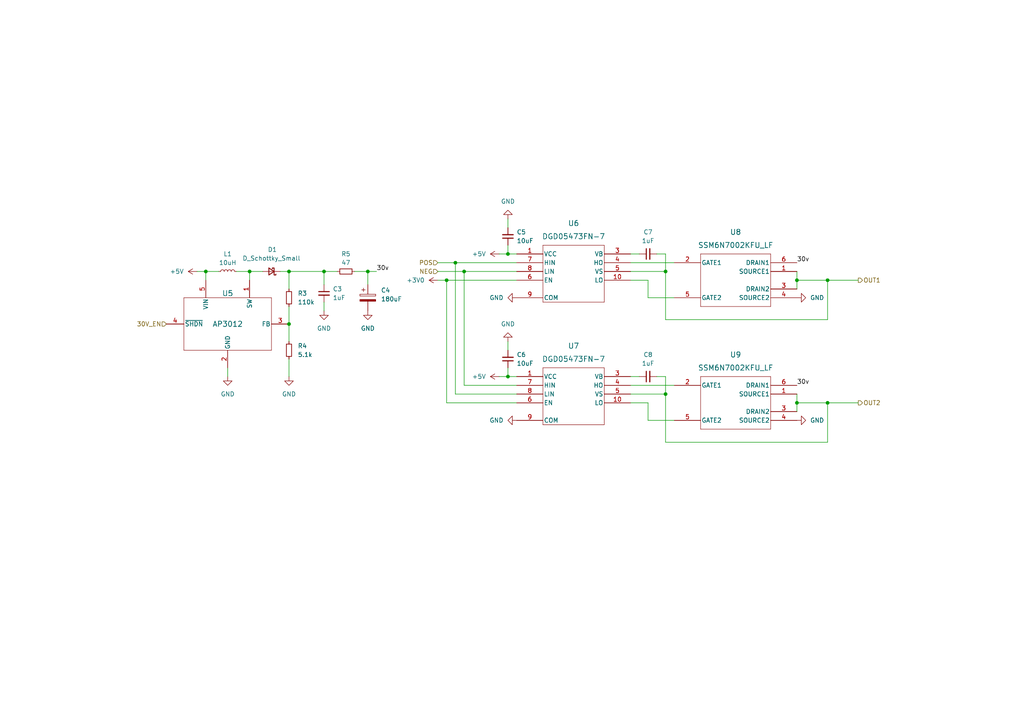
<source format=kicad_sch>
(kicad_sch (version 20230121) (generator eeschema)
  (paper "A4")
  (lib_symbols
    (symbol "30v Reg:AP3012" (pin_names (offset 0.254))
      (property "Reference" "U" (at 0 8.89 0))
      (property "Value" "AP3012" (at 0 0 0))
      (symbol "AP3012_0_1"
        (polyline (pts (xy -12.7 -7.62) (xy 12.7 -7.62)) (stroke (width 0.127)))
        (polyline (pts (xy -12.7 7.62) (xy -12.7 -7.62)) (stroke (width 0.127)))
        (polyline (pts (xy 12.7 -7.62) (xy 12.7 7.62)) (stroke (width 0.127)))
        (polyline (pts (xy 12.7 7.62) (xy -12.7 7.62)) (stroke (width 0.127)))
        (pin unspecified line (at 6.35 12.7 270) (length 5.08) (name "SW") (number "1"))
        (pin power_out line (at 0 -12.7 90) (length 5.08) (name "GND") (number "2"))
        (pin unspecified line (at 17.78 0 180) (length 5.08) (name "FB") (number "3"))
        (pin input line (at -17.78 0 0) (length 5.08) (name "~{SHDN}") (number "4"))
        (pin power_in line (at -6.35 12.7 270) (length 5.08) (name "VIN") (number "5"))
      )
    )
    (symbol "Device:C_Polarized" (pin_numbers hide) (pin_names (offset 0.254))
      (property "Reference" "C" (at 0.635 2.54 0))
      (property "Value" "C_Polarized" (at 0.635 -2.54 0))
      (symbol "C_Polarized_0_1"
        (rectangle (start -2.286 0.508) (end 2.286 1.016))
        (polyline (pts (xy -1.778 2.286) (xy -0.762 2.286)))
        (polyline (pts (xy -1.27 2.794) (xy -1.27 1.778)))
        (rectangle (start 2.286 -0.508) (end -2.286 -1.016) (fill (type outline)))
      )
      (symbol "C_Polarized_1_1"
        (pin passive line (at 0 3.81 270) (length 2.794) (name "~") (number "1"))
        (pin passive line (at 0 -3.81 90) (length 2.794) (name "~") (number "2"))
      )
    )
    (symbol "Device:C_Small" (pin_numbers hide) (pin_names (offset 0.254) hide)
      (property "Reference" "C" (at 0.254 1.778 0))
      (property "Value" "C_Small" (at 0.254 -2.032 0))
      (symbol "C_Small_0_1"
        (polyline (pts (xy -1.524 -0.508) (xy 1.524 -0.508)) (stroke (width 0.3302)))
        (polyline (pts (xy -1.524 0.508) (xy 1.524 0.508)) (stroke (width 0.3048)))
      )
      (symbol "C_Small_1_1"
        (pin passive line (at 0 2.54 270) (length 2.032) (name "~") (number "1"))
        (pin passive line (at 0 -2.54 90) (length 2.032) (name "~") (number "2"))
      )
    )
    (symbol "Device:D_Schottky_Small" (pin_numbers hide) (pin_names (offset 0.254) hide)
      (property "Reference" "D" (at -1.27 2.032 0))
      (property "Value" "D_Schottky_Small" (at -7.112 -2.032 0))
      (symbol "D_Schottky_Small_0_1"
        (polyline (pts (xy -0.762 0) (xy 0.762 0)))
        (polyline (pts (xy 0.762 -1.016) (xy -0.762 0) (xy 0.762 1.016) (xy 0.762 -1.016)) (stroke (width 0.254)))
        (polyline (pts (xy -1.27 0.762) (xy -1.27 1.016) (xy -0.762 1.016) (xy -0.762 -1.016) (xy -0.254 -1.016) (xy -0.254 -0.762)) (stroke (width 0.254)))
      )
      (symbol "D_Schottky_Small_1_1"
        (pin passive line (at -2.54 0 0) (length 1.778) (name "K") (number "1"))
        (pin passive line (at 2.54 0 180) (length 1.778) (name "A") (number "2"))
      )
    )
    (symbol "Device:L_Small" (pin_numbers hide) (pin_names (offset 0.254) hide)
      (property "Reference" "L" (at 0.762 1.016 0))
      (property "Value" "L_Small" (at 0.762 -1.016 0))
      (symbol "L_Small_0_1"
        (arc (start 0 -2.032) (mid 0.5058 -1.524) (end 0 -1.016))
        (arc (start 0 -1.016) (mid 0.5058 -0.508) (end 0 0))
        (arc (start 0 0) (mid 0.5058 0.508) (end 0 1.016))
        (arc (start 0 1.016) (mid 0.5058 1.524) (end 0 2.032))
      )
      (symbol "L_Small_1_1"
        (pin passive line (at 0 2.54 270) (length 0.508) (name "~") (number "1"))
        (pin passive line (at 0 -2.54 90) (length 0.508) (name "~") (number "2"))
      )
    )
    (symbol "Device:R_Small" (pin_numbers hide) (pin_names (offset 0.254) hide)
      (property "Reference" "R" (at 0.762 0.508 0))
      (property "Value" "R_Small" (at 0.762 -1.016 0))
      (symbol "R_Small_0_1"
        (rectangle (start -0.762 1.778) (end 0.762 -1.778) (stroke (width 0.2032)))
      )
      (symbol "R_Small_1_1"
        (pin passive line (at 0 2.54 270) (length 0.762) (name "~") (number "1"))
        (pin passive line (at 0 -2.54 90) (length 0.762) (name "~") (number "2"))
      )
    )
    (symbol "MOSFET Driver:DGD05473FN-7" (pin_names (offset 0.254))
      (property "Reference" "U" (at 0 12.7 0))
      (property "Value" "DGD05473FN-7" (at 0 10.16 0))
      (symbol "DGD05473FN-7_0_1"
        (polyline (pts (xy -8.89 -8.89) (xy 8.89 -8.89)) (stroke (width 0.127)))
        (polyline (pts (xy -8.89 7.62) (xy -8.89 -8.89)) (stroke (width 0.127)))
        (polyline (pts (xy 8.89 -8.89) (xy 8.89 7.62)) (stroke (width 0.127)))
        (polyline (pts (xy 8.89 7.62) (xy -8.89 7.62)) (stroke (width 0.127)))
        (pin power_in line (at -16.51 5.08 0) (length 7.62) (name "VCC") (number "1"))
        (pin output line (at 16.51 -2.54 180) (length 7.62) (name "LO") (number "10"))
        (pin no_connect line (at 5.08 8.89 0) (length 0) hide (name "NC") (number "2"))
        (pin unspecified line (at 16.51 5.08 180) (length 7.62) (name "VB") (number "3"))
        (pin output line (at 16.51 2.54 180) (length 7.62) (name "HO") (number "4"))
        (pin input line (at 16.51 0 180) (length 7.62) (name "VS") (number "5"))
        (pin input line (at -16.51 -2.54 0) (length 7.62) (name "EN") (number "6"))
        (pin input line (at -16.51 2.54 0) (length 7.62) (name "HIN") (number "7"))
        (pin input line (at -16.51 0 0) (length 7.62) (name "LIN") (number "8"))
        (pin power_in line (at -16.51 -7.62 0) (length 7.62) (name "COM") (number "9"))
      )
      (symbol "DGD05473FN-7_1_1"
        (pin power_out line (at -16.51 -7.62 0) (length 7.62) hide (name "EPAD") (number "11"))
      )
    )
    (symbol "MOSFET:SSM6N7002KFU_LF" (pin_names (offset 0.254))
      (property "Reference" "U" (at 17.78 10.16 0))
      (property "Value" "SSM6N7002KFU_LF" (at 17.78 7.62 0))
      (symbol "SSM6N7002KFU_LF_0_1"
        (polyline (pts (xy 7.62 -10.16) (xy 27.94 -10.16)) (stroke (width 0.127)))
        (polyline (pts (xy 7.62 5.08) (xy 7.62 -10.16)) (stroke (width 0.127)))
        (polyline (pts (xy 27.94 -10.16) (xy 27.94 5.08)) (stroke (width 0.127)))
        (polyline (pts (xy 27.94 5.08) (xy 7.62 5.08)) (stroke (width 0.127)))
        (pin unspecified line (at 35.56 0 180) (length 7.62) (name "SOURCE1") (number "1"))
        (pin unspecified line (at 0 2.54 0) (length 7.62) (name "GATE1") (number "2"))
        (pin unspecified line (at 35.56 -5.08 180) (length 7.62) (name "DRAIN2") (number "3"))
        (pin unspecified line (at 35.56 -7.62 180) (length 7.62) (name "SOURCE2") (number "4"))
        (pin unspecified line (at 0 -7.62 0) (length 7.62) (name "GATE2") (number "5"))
        (pin unspecified line (at 35.56 2.54 180) (length 7.62) (name "DRAIN1") (number "6"))
      )
    )
    (symbol "power:+3V0" (power) (pin_names (offset 0))
      (property "Value" "+3V0" (at 0 3.556 0))
      (symbol "+3V0_0_1"
        (polyline (pts (xy -0.762 1.27) (xy 0 2.54)))
        (polyline (pts (xy 0 0) (xy 0 2.54)))
        (polyline (pts (xy 0 2.54) (xy 0.762 1.27)))
      )
      (symbol "+3V0_1_1"
        (pin power_in line (at 0 0 90) (length 0) hide (name "+3V0") (number "1"))
      )
    )
    (symbol "power:+5V" (power) (pin_names (offset 0))
      (property "Value" "+5V" (at 0 3.556 0))
      (symbol "+5V_0_1"
        (polyline (pts (xy -0.762 1.27) (xy 0 2.54)))
        (polyline (pts (xy 0 0) (xy 0 2.54)))
        (polyline (pts (xy 0 2.54) (xy 0.762 1.27)))
      )
      (symbol "+5V_1_1"
        (pin power_in line (at 0 0 90) (length 0) hide (name "+5V") (number "1"))
      )
    )
    (symbol "power:GND" (power) (pin_names (offset 0))
      (property "Value" "GND" (at 0 -3.81 0))
      (symbol "GND_0_1"
        (polyline (pts (xy 0 0) (xy 0 -1.27) (xy 1.27 -1.27) (xy 0 -2.54) (xy -1.27 -1.27) (xy 0 -1.27)))
      )
      (symbol "GND_1_1"
        (pin power_in line (at 0 0 270) (length 0) hide (name "GND") (number "1"))
      )
    )
  )
  (junction (at 240.03 116.84))
  (junction (at 93.98 78.74))
  (junction (at 134.62 78.74))
  (junction (at 231.14 81.28))
  (junction (at 83.82 93.98))
  (junction (at 231.14 116.84))
  (junction (at 129.54 81.28))
  (junction (at 132.08 76.2))
  (junction (at 72.39 78.74))
  (junction (at 147.32 109.22))
  (junction (at 59.69 78.74))
  (junction (at 193.04 114.3))
  (junction (at 193.04 78.74))
  (junction (at 240.03 81.28))
  (junction (at 147.32 73.66))
  (junction (at 83.82 78.74))
  (junction (at 106.68 78.74))
  (wire (pts (xy 83.82 93.98) (xy 83.82 99.06)))
  (wire (pts (xy 182.88 78.74) (xy 193.04 78.74)))
  (wire (pts (xy 149.86 78.74) (xy 134.62 78.74)))
  (wire (pts (xy 231.14 114.3) (xy 231.14 116.84)))
  (wire (pts (xy 147.32 73.66) (xy 149.86 73.66)))
  (wire (pts (xy 147.32 71.12) (xy 147.32 73.66)))
  (wire (pts (xy 102.87 78.74) (xy 106.68 78.74)))
  (wire (pts (xy 72.39 78.74) (xy 72.39 81.28)))
  (wire (pts (xy 144.78 73.66) (xy 147.32 73.66)))
  (wire (pts (xy 127 76.2) (xy 132.08 76.2)))
  (wire (pts (xy 182.88 109.22) (xy 185.42 109.22)))
  (wire (pts (xy 231.14 116.84) (xy 231.14 119.38)))
  (wire (pts (xy 187.96 81.28) (xy 187.96 86.36)))
  (wire (pts (xy 57.15 78.74) (xy 59.69 78.74)))
  (wire (pts (xy 83.82 104.14) (xy 83.82 109.22)))
  (wire (pts (xy 147.32 99.06) (xy 147.32 101.6)))
  (wire (pts (xy 182.88 81.28) (xy 187.96 81.28)))
  (wire (pts (xy 182.88 116.84) (xy 187.96 116.84)))
  (wire (pts (xy 72.39 78.74) (xy 76.2 78.74)))
  (wire (pts (xy 182.88 114.3) (xy 193.04 114.3)))
  (wire (pts (xy 147.32 63.5) (xy 147.32 66.04)))
  (wire (pts (xy 240.03 128.27) (xy 240.03 116.84)))
  (wire (pts (xy 187.96 116.84) (xy 187.96 121.92)))
  (wire (pts (xy 231.14 81.28) (xy 240.03 81.28)))
  (wire (pts (xy 127 78.74) (xy 134.62 78.74)))
  (wire (pts (xy 193.04 78.74) (xy 193.04 92.71)))
  (wire (pts (xy 240.03 116.84) (xy 248.92 116.84)))
  (wire (pts (xy 134.62 111.76) (xy 149.86 111.76)))
  (wire (pts (xy 187.96 121.92) (xy 195.58 121.92)))
  (wire (pts (xy 129.54 116.84) (xy 149.86 116.84)))
  (wire (pts (xy 193.04 92.71) (xy 240.03 92.71)))
  (wire (pts (xy 240.03 92.71) (xy 240.03 81.28)))
  (wire (pts (xy 134.62 78.74) (xy 134.62 111.76)))
  (wire (pts (xy 187.96 86.36) (xy 195.58 86.36)))
  (wire (pts (xy 83.82 78.74) (xy 83.82 83.82)))
  (wire (pts (xy 106.68 78.74) (xy 106.68 82.55)))
  (wire (pts (xy 182.88 76.2) (xy 195.58 76.2)))
  (wire (pts (xy 149.86 114.3) (xy 132.08 114.3)))
  (wire (pts (xy 127 81.28) (xy 129.54 81.28)))
  (wire (pts (xy 93.98 78.74) (xy 83.82 78.74)))
  (wire (pts (xy 93.98 78.74) (xy 97.79 78.74)))
  (wire (pts (xy 66.04 109.22) (xy 66.04 106.68)))
  (wire (pts (xy 231.14 81.28) (xy 231.14 83.82)))
  (wire (pts (xy 68.58 78.74) (xy 72.39 78.74)))
  (wire (pts (xy 240.03 81.28) (xy 248.92 81.28)))
  (wire (pts (xy 193.04 128.27) (xy 240.03 128.27)))
  (wire (pts (xy 129.54 81.28) (xy 129.54 116.84)))
  (wire (pts (xy 149.86 81.28) (xy 129.54 81.28)))
  (wire (pts (xy 231.14 116.84) (xy 240.03 116.84)))
  (wire (pts (xy 144.78 109.22) (xy 147.32 109.22)))
  (wire (pts (xy 147.32 106.68) (xy 147.32 109.22)))
  (wire (pts (xy 93.98 82.55) (xy 93.98 78.74)))
  (wire (pts (xy 83.82 88.9) (xy 83.82 93.98)))
  (wire (pts (xy 182.88 73.66) (xy 185.42 73.66)))
  (wire (pts (xy 106.68 78.74) (xy 109.22 78.74)))
  (wire (pts (xy 193.04 114.3) (xy 193.04 128.27)))
  (wire (pts (xy 59.69 78.74) (xy 63.5 78.74)))
  (wire (pts (xy 59.69 78.74) (xy 59.69 81.28)))
  (wire (pts (xy 231.14 78.74) (xy 231.14 81.28)))
  (wire (pts (xy 193.04 109.22) (xy 193.04 114.3)))
  (wire (pts (xy 147.32 109.22) (xy 149.86 109.22)))
  (wire (pts (xy 193.04 73.66) (xy 193.04 78.74)))
  (wire (pts (xy 132.08 114.3) (xy 132.08 76.2)))
  (wire (pts (xy 182.88 111.76) (xy 195.58 111.76)))
  (wire (pts (xy 190.5 109.22) (xy 193.04 109.22)))
  (wire (pts (xy 190.5 73.66) (xy 193.04 73.66)))
  (wire (pts (xy 132.08 76.2) (xy 149.86 76.2)))
  (wire (pts (xy 93.98 90.17) (xy 93.98 87.63)))
  (wire (pts (xy 81.28 78.74) (xy 83.82 78.74)))
  (label "30v" (at 109.22 78.74 0))
  (label "30v" (at 231.14 111.76 0))
  (label "30v" (at 231.14 76.2 0))
  (hierarchical_label "OUT1" (shape output) (at 248.92 81.28 0))
  (hierarchical_label "POS" (shape input) (at 127 76.2 180))
  (hierarchical_label "30V_EN" (shape input) (at 48.26 93.98 180))
  (hierarchical_label "OUT2" (shape output) (at 248.92 116.84 0))
  (hierarchical_label "NEG" (shape input) (at 127 78.74 180))
  (symbol (lib_id "MOSFET:SSM6N7002KFU_LF") (at 195.58 114.3 0) (unit 1)
    (property "Reference" "U9" (at 213.36 102.87 0) (effects (font (size 1.524 1.524))))
    (property "Value" "SSM6N7002KFU_LF" (at 213.36 106.68 0) (effects (font (size 1.524 1.524))))
    (property "Footprint" "MOSFET:SOT-363   US6_TOS" (effects hide))
    (property "Datasheet" "SSM6N7002KFU_LF" (effects hide))
  )
  (symbol (lib_id "30v Reg:AP3012") (at 66.04 93.98 0) (unit 1)
    (property "Reference" "U5" (at 66.04 85.09 0) (effects (font (size 1.524 1.524))))
    (property "Value" "AP3012" (at 66.04 93.98 0) (effects (font (size 1.524 1.524))))
    (property "Footprint" "30v Reg:SOT-23-5_DIO" (effects hide))
    (property "Datasheet" "AP3012KTR-G1" (effects hide))
  )
  (symbol (lib_id "power:GND") (at 231.14 86.36 90) (unit 1)
    (property "Reference" "#PWR030" (effects hide))
    (property "Value" "GND" (at 234.95 86.3599 90) (effects (justify right)))
  )
  (symbol (lib_id "Device:R_Small") (at 83.82 101.6 0) (unit 1)
    (property "Reference" "R4" (at 86.36 100.3299 0) (effects (justify left)))
    (property "Value" "5.1k" (at 86.36 102.8699 0) (effects (justify left)))
    (property "Footprint" "Resistor_SMD:R_0603_1608Metric" (effects hide))
  )
  (symbol (lib_id "Device:R_Small") (at 100.33 78.74 90) (unit 1)
    (property "Reference" "R5" (at 100.33 73.66 90))
    (property "Value" "47" (at 100.33 76.2 90))
    (property "Footprint" "Resistor_SMD:R_0603_1608Metric" (effects hide))
  )
  (symbol (lib_id "Device:C_Small") (at 187.96 73.66 90) (unit 1)
    (property "Reference" "C7" (at 187.9663 67.31 90))
    (property "Value" "1uF" (at 187.9663 69.85 90))
    (property "Footprint" "Capacitor_SMD:C_0603_1608Metric" (effects hide))
  )
  (symbol (lib_id "MOSFET:SSM6N7002KFU_LF") (at 195.58 78.74 0) (unit 1)
    (property "Reference" "U8" (at 213.36 67.31 0) (effects (font (size 1.524 1.524))))
    (property "Value" "SSM6N7002KFU_LF" (at 213.36 71.12 0) (effects (font (size 1.524 1.524))))
    (property "Footprint" "MOSFET:SOT-363   US6_TOS" (effects hide))
    (property "Datasheet" "SSM6N7002KFU_LF" (effects hide))
  )
  (symbol (lib_id "Device:C_Small") (at 147.32 104.14 180) (unit 1)
    (property "Reference" "C6" (at 149.86 102.87 0) (effects (justify right)))
    (property "Value" "10uF" (at 149.86 105.41 0) (effects (justify right)))
    (property "Footprint" "Capacitor_SMD:C_0603_1608Metric" (effects hide))
  )
  (symbol (lib_id "power:GND") (at 93.98 90.17 0) (unit 1)
    (property "Reference" "#PWR021" (effects hide))
    (property "Value" "GND" (at 93.98 95.25 0))
  )
  (symbol (lib_id "Device:C_Small") (at 147.32 68.58 180) (unit 1)
    (property "Reference" "C5" (at 149.86 67.31 0) (effects (justify right)))
    (property "Value" "10uF" (at 149.86 69.85 0) (effects (justify right)))
    (property "Footprint" "Capacitor_SMD:C_0603_1608Metric" (effects hide))
  )
  (symbol (lib_id "power:GND") (at 147.32 99.06 180) (unit 1)
    (property "Reference" "#PWR027" (effects hide))
    (property "Value" "GND" (at 147.32 93.98 0))
  )
  (symbol (lib_id "MOSFET Driver:DGD05473FN-7") (at 166.37 114.3 0) (unit 1)
    (property "Reference" "U7" (at 166.37 100.33 0) (effects (font (size 1.524 1.524))))
    (property "Value" "DGD05473FN-7" (at 166.37 104.14 0) (effects (font (size 1.524 1.524))))
    (property "Footprint" "MOSFET Driver:DFN10_DGD05473_V-DFN3030-10_DIO" (effects hide))
    (property "Datasheet" "DGD05473FN-7" (effects hide))
  )
  (symbol (lib_id "power:+5V") (at 144.78 73.66 90) (unit 1)
    (property "Reference" "#PWR024" (effects hide))
    (property "Value" "+5V" (at 140.97 73.6599 90) (effects (justify left)))
  )
  (symbol (lib_id "MOSFET Driver:DGD05473FN-7") (at 166.37 78.74 0) (unit 1)
    (property "Reference" "U6" (at 166.37 64.77 0) (effects (font (size 1.524 1.524))))
    (property "Value" "DGD05473FN-7" (at 166.37 68.58 0) (effects (font (size 1.524 1.524))))
    (property "Footprint" "MOSFET Driver:DFN10_DGD05473_V-DFN3030-10_DIO" (effects hide))
    (property "Datasheet" "DGD05473FN-7" (effects hide))
  )
  (symbol (lib_id "power:+5V") (at 57.15 78.74 90) (unit 1)
    (property "Reference" "#PWR018" (effects hide))
    (property "Value" "+5V" (at 53.34 78.7399 90) (effects (justify left)))
  )
  (symbol (lib_id "power:+3V0") (at 127 81.28 90) (unit 1)
    (property "Reference" "#PWR023" (effects hide))
    (property "Value" "+3V0" (at 123.19 81.28 90) (effects (justify left)))
  )
  (symbol (lib_id "power:GND") (at 231.14 121.92 90) (unit 1)
    (property "Reference" "#PWR031" (effects hide))
    (property "Value" "GND" (at 234.95 121.9199 90) (effects (justify right)))
  )
  (symbol (lib_id "Device:R_Small") (at 83.82 86.36 0) (unit 1)
    (property "Reference" "R3" (at 86.36 85.0899 0) (effects (justify left)))
    (property "Value" "110k" (at 86.36 87.6299 0) (effects (justify left)))
    (property "Footprint" "Resistor_SMD:R_0603_1608Metric" (effects hide))
  )
  (symbol (lib_id "Device:C_Polarized") (at 106.68 86.36 0) (unit 1)
    (property "Reference" "C4" (at 110.49 84.2009 0) (effects (justify left)))
    (property "Value" "180uF" (at 110.49 86.7409 0) (effects (justify left)))
    (property "Footprint" "Capacitor_SMD:CP_Elec_8x11.9" (effects hide))
    (property "Datasheet" "https://www.digikey.com/en/products/detail/kemet/A768KS187M1VLAE024/12704410" (effects hide))
  )
  (symbol (lib_id "power:GND") (at 106.68 90.17 0) (unit 1)
    (property "Reference" "#PWR022" (effects hide))
    (property "Value" "GND" (at 106.68 95.25 0))
  )
  (symbol (lib_id "power:GND") (at 83.82 109.22 0) (unit 1)
    (property "Reference" "#PWR020" (effects hide))
    (property "Value" "GND" (at 83.82 114.3 0))
  )
  (symbol (lib_id "power:GND") (at 149.86 121.92 270) (unit 1)
    (property "Reference" "#PWR029" (effects hide))
    (property "Value" "GND" (at 146.05 121.9199 90) (effects (justify right)))
  )
  (symbol (lib_id "Device:D_Schottky_Small") (at 78.74 78.74 180) (unit 1)
    (property "Reference" "D1" (at 78.994 72.39 0))
    (property "Value" "D_Schottky_Small" (at 78.74 74.93 0))
    (property "Footprint" "Diode_SMD:D_SOD-323" (effects hide))
    (property "Datasheet" "https://www.digikey.com/en/products/detail/anbon-semiconductor-int-l-limited/B5819WS/17284357" (effects hide))
  )
  (symbol (lib_id "power:GND") (at 66.04 109.22 0) (unit 1)
    (property "Reference" "#PWR019" (effects hide))
    (property "Value" "GND" (at 66.04 114.3 0))
  )
  (symbol (lib_id "Device:C_Small") (at 93.98 85.09 0) (unit 1)
    (property "Reference" "C3" (at 96.52 83.8262 0) (effects (justify left)))
    (property "Value" "1uF" (at 96.52 86.3662 0) (effects (justify left)))
    (property "Footprint" "Capacitor_SMD:C_0603_1608Metric" (effects hide))
  )
  (symbol (lib_id "power:GND") (at 147.32 63.5 180) (unit 1)
    (property "Reference" "#PWR026" (effects hide))
    (property "Value" "GND" (at 147.32 58.42 0))
  )
  (symbol (lib_id "power:GND") (at 149.86 86.36 270) (unit 1)
    (property "Reference" "#PWR028" (effects hide))
    (property "Value" "GND" (at 146.05 86.3599 90) (effects (justify right)))
  )
  (symbol (lib_id "Device:L_Small") (at 66.04 78.74 90) (unit 1)
    (property "Reference" "L1" (at 66.04 73.66 90))
    (property "Value" "10uH" (at 66.04 76.2 90))
    (property "Footprint" "Inductor:IND_ASPI-4030S_ABR-L" (effects hide))
    (property "Datasheet" "https://www.digikey.com/en/products/detail/abracon-llc/ASPI-4030S-100M-T/4215200" (effects hide))
  )
  (symbol (lib_id "power:+5V") (at 144.78 109.22 90) (unit 1)
    (property "Reference" "#PWR025" (effects hide))
    (property "Value" "+5V" (at 140.97 109.2199 90) (effects (justify left)))
  )
  (symbol (lib_id "Device:C_Small") (at 187.96 109.22 90) (unit 1)
    (property "Reference" "C8" (at 187.9663 102.87 90))
    (property "Value" "1uF" (at 187.9663 105.41 90))
    (property "Footprint" "Capacitor_SMD:C_0603_1608Metric" (effects hide))
  )
)
</source>
